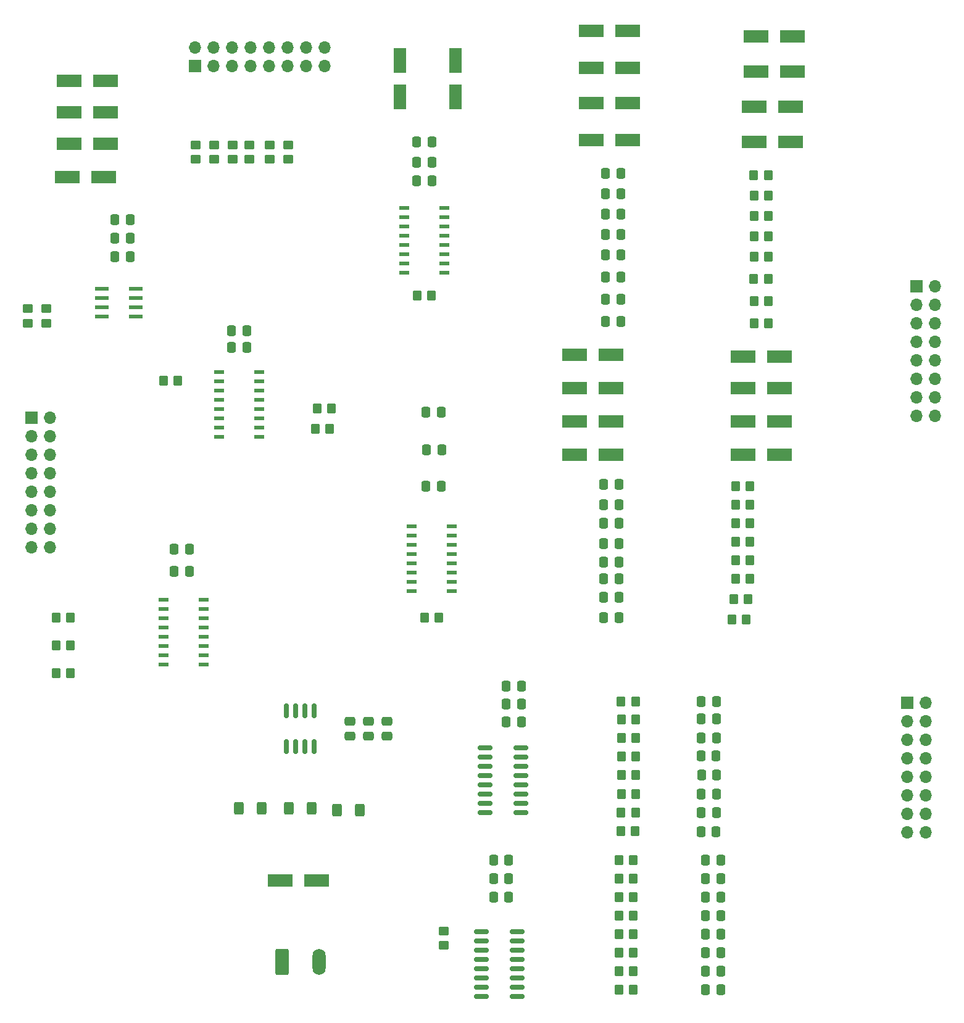
<source format=gbr>
%TF.GenerationSoftware,KiCad,Pcbnew,(6.0.1)*%
%TF.CreationDate,2026-02-13T09:13:13+05:30*%
%TF.ProjectId,bluetooth-daq-digital-submodule,626c7565-746f-46f7-9468-2d6461712d64,rev?*%
%TF.SameCoordinates,Original*%
%TF.FileFunction,Soldermask,Top*%
%TF.FilePolarity,Negative*%
%FSLAX46Y46*%
G04 Gerber Fmt 4.6, Leading zero omitted, Abs format (unit mm)*
G04 Created by KiCad (PCBNEW (6.0.1)) date 2026-02-13 09:13:13*
%MOMM*%
%LPD*%
G01*
G04 APERTURE LIST*
G04 Aperture macros list*
%AMRoundRect*
0 Rectangle with rounded corners*
0 $1 Rounding radius*
0 $2 $3 $4 $5 $6 $7 $8 $9 X,Y pos of 4 corners*
0 Add a 4 corners polygon primitive as box body*
4,1,4,$2,$3,$4,$5,$6,$7,$8,$9,$2,$3,0*
0 Add four circle primitives for the rounded corners*
1,1,$1+$1,$2,$3*
1,1,$1+$1,$4,$5*
1,1,$1+$1,$6,$7*
1,1,$1+$1,$8,$9*
0 Add four rect primitives between the rounded corners*
20,1,$1+$1,$2,$3,$4,$5,0*
20,1,$1+$1,$4,$5,$6,$7,0*
20,1,$1+$1,$6,$7,$8,$9,0*
20,1,$1+$1,$8,$9,$2,$3,0*%
G04 Aperture macros list end*
%ADD10RoundRect,0.250000X0.337500X0.475000X-0.337500X0.475000X-0.337500X-0.475000X0.337500X-0.475000X0*%
%ADD11RoundRect,0.250000X0.350000X0.450000X-0.350000X0.450000X-0.350000X-0.450000X0.350000X-0.450000X0*%
%ADD12R,3.500000X1.800000*%
%ADD13RoundRect,0.250000X-0.337500X-0.475000X0.337500X-0.475000X0.337500X0.475000X-0.337500X0.475000X0*%
%ADD14RoundRect,0.250000X0.450000X-0.350000X0.450000X0.350000X-0.450000X0.350000X-0.450000X-0.350000X0*%
%ADD15R,1.454899X0.558000*%
%ADD16R,1.700000X1.700000*%
%ADD17O,1.700000X1.700000*%
%ADD18RoundRect,0.250000X0.400000X0.625000X-0.400000X0.625000X-0.400000X-0.625000X0.400000X-0.625000X0*%
%ADD19R,1.800000X3.500000*%
%ADD20RoundRect,0.150000X-0.150000X0.825000X-0.150000X-0.825000X0.150000X-0.825000X0.150000X0.825000X0*%
%ADD21RoundRect,0.250000X-0.400000X-0.625000X0.400000X-0.625000X0.400000X0.625000X-0.400000X0.625000X0*%
%ADD22RoundRect,0.150000X0.825000X0.150000X-0.825000X0.150000X-0.825000X-0.150000X0.825000X-0.150000X0*%
%ADD23RoundRect,0.250000X0.475000X-0.337500X0.475000X0.337500X-0.475000X0.337500X-0.475000X-0.337500X0*%
%ADD24RoundRect,0.250000X-0.350000X-0.450000X0.350000X-0.450000X0.350000X0.450000X-0.350000X0.450000X0*%
%ADD25R,1.969999X0.558000*%
%ADD26RoundRect,0.250000X-0.450000X0.350000X-0.450000X-0.350000X0.450000X-0.350000X0.450000X0.350000X0*%
%ADD27RoundRect,0.250000X-0.650000X-1.550000X0.650000X-1.550000X0.650000X1.550000X-0.650000X1.550000X0*%
%ADD28O,1.800000X3.600000*%
G04 APERTURE END LIST*
D10*
%TO.C,C13*%
X190521500Y-205232000D03*
X188446500Y-205232000D03*
%TD*%
D11*
%TO.C,R22*%
X194548000Y-151384000D03*
X192548000Y-151384000D03*
%TD*%
%TO.C,R28*%
X197088000Y-121412000D03*
X195088000Y-121412000D03*
%TD*%
%TO.C,R16*%
X178562000Y-195072000D03*
X176562000Y-195072000D03*
%TD*%
D12*
%TO.C,DIP3*%
X193588000Y-125984000D03*
X198588000Y-125984000D03*
%TD*%
%TO.C,DIP11*%
X195366000Y-82042000D03*
X200366000Y-82042000D03*
%TD*%
D13*
%TO.C,C30*%
X174476500Y-159029400D03*
X176551500Y-159029400D03*
%TD*%
D12*
%TO.C,DIP2*%
X193588000Y-130302000D03*
X198588000Y-130302000D03*
%TD*%
D14*
%TO.C,R47*%
X131191000Y-98917000D03*
X131191000Y-96917000D03*
%TD*%
D15*
%TO.C,U4*%
X147138652Y-105562400D03*
X147138652Y-106832400D03*
X147138652Y-108102400D03*
X147138652Y-109372400D03*
X147138652Y-110642400D03*
X147138652Y-111912400D03*
X147138652Y-113182400D03*
X147138652Y-114452400D03*
X152581348Y-114452400D03*
X152581348Y-113182400D03*
X152581348Y-111912400D03*
X152581348Y-110642400D03*
X152581348Y-109372400D03*
X152581348Y-108102400D03*
X152581348Y-106832400D03*
X152581348Y-105562400D03*
%TD*%
D11*
%TO.C,R23*%
X194548000Y-148844000D03*
X192548000Y-148844000D03*
%TD*%
D10*
%TO.C,C6*%
X189937300Y-186029600D03*
X187862300Y-186029600D03*
%TD*%
%TO.C,C39*%
X150897500Y-101879400D03*
X148822500Y-101879400D03*
%TD*%
D13*
%TO.C,C44*%
X174730500Y-112039400D03*
X176805500Y-112039400D03*
%TD*%
D11*
%TO.C,R12*%
X178546000Y-205232000D03*
X176546000Y-205232000D03*
%TD*%
D12*
%TO.C,D37*%
X106132000Y-96774000D03*
X101132000Y-96774000D03*
%TD*%
D13*
%TO.C,C46*%
X174730500Y-118135400D03*
X176805500Y-118135400D03*
%TD*%
D16*
%TO.C,J4*%
X118379000Y-86111000D03*
D17*
X118379000Y-83571000D03*
X120919000Y-86111000D03*
X120919000Y-83571000D03*
X123459000Y-86111000D03*
X123459000Y-83571000D03*
X125999000Y-86111000D03*
X125999000Y-83571000D03*
X128539000Y-86111000D03*
X128539000Y-83571000D03*
X131079000Y-86111000D03*
X131079000Y-83571000D03*
X133619000Y-86111000D03*
X133619000Y-83571000D03*
X136159000Y-86111000D03*
X136159000Y-83571000D03*
%TD*%
D13*
%TO.C,C25*%
X150092500Y-143789400D03*
X152167500Y-143789400D03*
%TD*%
D10*
%TO.C,C10*%
X190521500Y-197612000D03*
X188446500Y-197612000D03*
%TD*%
D11*
%TO.C,R8*%
X178850800Y-173304200D03*
X176850800Y-173304200D03*
%TD*%
D12*
%TO.C,D39*%
X106132000Y-88138000D03*
X101132000Y-88138000D03*
%TD*%
D11*
%TO.C,R59*%
X116062000Y-129286000D03*
X114062000Y-129286000D03*
%TD*%
D10*
%TO.C,C2*%
X189937300Y-175691800D03*
X187862300Y-175691800D03*
%TD*%
%TO.C,C5*%
X189988100Y-183438800D03*
X187913100Y-183438800D03*
%TD*%
D14*
%TO.C,R48*%
X121031000Y-98917000D03*
X121031000Y-96917000D03*
%TD*%
%TO.C,R200*%
X98044000Y-121396000D03*
X98044000Y-119396000D03*
%TD*%
D11*
%TO.C,R6*%
X178901600Y-178282600D03*
X176901600Y-178282600D03*
%TD*%
D18*
%TO.C,R38*%
X134392000Y-187960000D03*
X131292000Y-187960000D03*
%TD*%
D11*
%TO.C,R43*%
X101330000Y-169418000D03*
X99330000Y-169418000D03*
%TD*%
D15*
%TO.C,U8*%
X121738652Y-128143000D03*
X121738652Y-129413000D03*
X121738652Y-130683000D03*
X121738652Y-131953000D03*
X121738652Y-133223000D03*
X121738652Y-134493000D03*
X121738652Y-135763000D03*
X121738652Y-137033000D03*
X127181348Y-137033000D03*
X127181348Y-135763000D03*
X127181348Y-134493000D03*
X127181348Y-133223000D03*
X127181348Y-131953000D03*
X127181348Y-130683000D03*
X127181348Y-129413000D03*
X127181348Y-128143000D03*
%TD*%
D13*
%TO.C,C18*%
X161079500Y-173644700D03*
X163154500Y-173644700D03*
%TD*%
D11*
%TO.C,R41*%
X101330000Y-161798000D03*
X99330000Y-161798000D03*
%TD*%
D19*
%TO.C,D34*%
X146558000Y-90384000D03*
X146558000Y-85384000D03*
%TD*%
D11*
%TO.C,R3*%
X178901600Y-186029600D03*
X176901600Y-186029600D03*
%TD*%
%TO.C,R57*%
X136890000Y-135890000D03*
X134890000Y-135890000D03*
%TD*%
D10*
%TO.C,C7*%
X189937300Y-188595000D03*
X187862300Y-188595000D03*
%TD*%
D12*
%TO.C,DIP14*%
X177760000Y-86385400D03*
X172760000Y-86385400D03*
%TD*%
%TO.C,DIP15*%
X177760000Y-81305400D03*
X172760000Y-81305400D03*
%TD*%
D13*
%TO.C,C36*%
X174476500Y-143535400D03*
X176551500Y-143535400D03*
%TD*%
D14*
%TO.C,R55*%
X118491000Y-98917000D03*
X118491000Y-96917000D03*
%TD*%
D11*
%TO.C,R5*%
X178901600Y-180822600D03*
X176901600Y-180822600D03*
%TD*%
D12*
%TO.C,DIP0*%
X193588000Y-139446000D03*
X198588000Y-139446000D03*
%TD*%
D13*
%TO.C,C47*%
X174730500Y-121183400D03*
X176805500Y-121183400D03*
%TD*%
D16*
%TO.C,J1*%
X96007000Y-134381000D03*
D17*
X98547000Y-134381000D03*
X96007000Y-136921000D03*
X98547000Y-136921000D03*
X96007000Y-139461000D03*
X98547000Y-139461000D03*
X96007000Y-142001000D03*
X98547000Y-142001000D03*
X96007000Y-144541000D03*
X98547000Y-144541000D03*
X96007000Y-147081000D03*
X98547000Y-147081000D03*
X96007000Y-149621000D03*
X98547000Y-149621000D03*
X96007000Y-152161000D03*
X98547000Y-152161000D03*
%TD*%
D11*
%TO.C,R20*%
X194548000Y-156464000D03*
X192548000Y-156464000D03*
%TD*%
D13*
%TO.C,C32*%
X174476500Y-154203400D03*
X176551500Y-154203400D03*
%TD*%
D15*
%TO.C,U7*%
X119561348Y-168275000D03*
X119561348Y-167005000D03*
X119561348Y-165735000D03*
X119561348Y-164465000D03*
X119561348Y-163195000D03*
X119561348Y-161925000D03*
X119561348Y-160655000D03*
X119561348Y-159385000D03*
X114118652Y-159385000D03*
X114118652Y-160655000D03*
X114118652Y-161925000D03*
X114118652Y-163195000D03*
X114118652Y-164465000D03*
X114118652Y-165735000D03*
X114118652Y-167005000D03*
X114118652Y-168275000D03*
%TD*%
D10*
%TO.C,C37*%
X150897500Y-96545400D03*
X148822500Y-96545400D03*
%TD*%
D20*
%TO.C,U6*%
X134747000Y-174563000D03*
X133477000Y-174563000D03*
X132207000Y-174563000D03*
X130937000Y-174563000D03*
X130937000Y-179513000D03*
X132207000Y-179513000D03*
X133477000Y-179513000D03*
X134747000Y-179513000D03*
%TD*%
D13*
%TO.C,C21*%
X159363500Y-197662800D03*
X161438500Y-197662800D03*
%TD*%
D14*
%TO.C,R45*%
X128651000Y-98917000D03*
X128651000Y-96917000D03*
%TD*%
D12*
%TO.C,DIP12*%
X177760000Y-96291400D03*
X172760000Y-96291400D03*
%TD*%
D11*
%TO.C,R32*%
X197088000Y-109474000D03*
X195088000Y-109474000D03*
%TD*%
D10*
%TO.C,C54*%
X117606000Y-155467500D03*
X115531000Y-155467500D03*
%TD*%
%TO.C,C14*%
X190521500Y-207772000D03*
X188446500Y-207772000D03*
%TD*%
D11*
%TO.C,R25*%
X194548000Y-143764000D03*
X192548000Y-143764000D03*
%TD*%
%TO.C,R31*%
X197088000Y-112268000D03*
X195088000Y-112268000D03*
%TD*%
D14*
%TO.C,R51*%
X123571000Y-98917000D03*
X123571000Y-96917000D03*
%TD*%
D12*
%TO.C,DIP13*%
X177760000Y-91211400D03*
X172760000Y-91211400D03*
%TD*%
D10*
%TO.C,C9*%
X190521500Y-195072000D03*
X188446500Y-195072000D03*
%TD*%
D11*
%TO.C,R9*%
X178546000Y-212852000D03*
X176546000Y-212852000D03*
%TD*%
D12*
%TO.C,DIP5*%
X175474000Y-134899400D03*
X170474000Y-134899400D03*
%TD*%
D11*
%TO.C,R18*%
X194040000Y-162052000D03*
X192040000Y-162052000D03*
%TD*%
D19*
%TO.C,D35*%
X154178000Y-85384000D03*
X154178000Y-90384000D03*
%TD*%
D10*
%TO.C,C15*%
X190521500Y-210312000D03*
X188446500Y-210312000D03*
%TD*%
D21*
%TO.C,R39*%
X124434000Y-187960000D03*
X127534000Y-187960000D03*
%TD*%
D13*
%TO.C,C35*%
X174476500Y-146329400D03*
X176551500Y-146329400D03*
%TD*%
D10*
%TO.C,C48*%
X109495500Y-112268000D03*
X107420500Y-112268000D03*
%TD*%
D11*
%TO.C,R4*%
X178901600Y-183438800D03*
X176901600Y-183438800D03*
%TD*%
D22*
%TO.C,U1*%
X163130000Y-188544200D03*
X163130000Y-187274200D03*
X163130000Y-186004200D03*
X163130000Y-184734200D03*
X163130000Y-183464200D03*
X163130000Y-182194200D03*
X163130000Y-180924200D03*
X163130000Y-179654200D03*
X158180000Y-179654200D03*
X158180000Y-180924200D03*
X158180000Y-182194200D03*
X158180000Y-183464200D03*
X158180000Y-184734200D03*
X158180000Y-186004200D03*
X158180000Y-187274200D03*
X158180000Y-188544200D03*
%TD*%
%TO.C,U2*%
X162622000Y-213791800D03*
X162622000Y-212521800D03*
X162622000Y-211251800D03*
X162622000Y-209981800D03*
X162622000Y-208711800D03*
X162622000Y-207441800D03*
X162622000Y-206171800D03*
X162622000Y-204901800D03*
X157672000Y-204901800D03*
X157672000Y-206171800D03*
X157672000Y-207441800D03*
X157672000Y-208711800D03*
X157672000Y-209981800D03*
X157672000Y-211251800D03*
X157672000Y-212521800D03*
X157672000Y-213791800D03*
%TD*%
D10*
%TO.C,C8*%
X189886500Y-191185800D03*
X187811500Y-191185800D03*
%TD*%
D15*
%TO.C,U3*%
X148154652Y-149250400D03*
X148154652Y-150520400D03*
X148154652Y-151790400D03*
X148154652Y-153060400D03*
X148154652Y-154330400D03*
X148154652Y-155600400D03*
X148154652Y-156870400D03*
X148154652Y-158140400D03*
X153597348Y-158140400D03*
X153597348Y-156870400D03*
X153597348Y-155600400D03*
X153597348Y-154330400D03*
X153597348Y-153060400D03*
X153597348Y-151790400D03*
X153597348Y-150520400D03*
X153597348Y-149250400D03*
%TD*%
D13*
%TO.C,C23*%
X150092500Y-133629400D03*
X152167500Y-133629400D03*
%TD*%
%TO.C,C40*%
X174730500Y-100863400D03*
X176805500Y-100863400D03*
%TD*%
D12*
%TO.C,DIP8*%
X195112000Y-96520000D03*
X200112000Y-96520000D03*
%TD*%
D10*
%TO.C,C50*%
X109495500Y-107188000D03*
X107420500Y-107188000D03*
%TD*%
D12*
%TO.C,DIP7*%
X175474000Y-125755400D03*
X170474000Y-125755400D03*
%TD*%
D13*
%TO.C,C31*%
X174476500Y-156489400D03*
X176551500Y-156489400D03*
%TD*%
D12*
%TO.C,DIP9*%
X195112000Y-91694000D03*
X200112000Y-91694000D03*
%TD*%
D13*
%TO.C,C24*%
X150162500Y-138795400D03*
X152237500Y-138795400D03*
%TD*%
D12*
%TO.C,D33*%
X130088000Y-197866000D03*
X135088000Y-197866000D03*
%TD*%
D11*
%TO.C,R27*%
X150860000Y-117602000D03*
X148860000Y-117602000D03*
%TD*%
D10*
%TO.C,C3*%
X189937300Y-178282600D03*
X187862300Y-178282600D03*
%TD*%
%TO.C,C4*%
X189886500Y-180746400D03*
X187811500Y-180746400D03*
%TD*%
D13*
%TO.C,C22*%
X159363500Y-195122800D03*
X161438500Y-195122800D03*
%TD*%
D12*
%TO.C,DIP4*%
X175474000Y-139471400D03*
X170474000Y-139471400D03*
%TD*%
D10*
%TO.C,C49*%
X109495500Y-109728000D03*
X107420500Y-109728000D03*
%TD*%
D13*
%TO.C,C20*%
X159363500Y-200202800D03*
X161438500Y-200202800D03*
%TD*%
D12*
%TO.C,DIP6*%
X175474000Y-130327400D03*
X170474000Y-130327400D03*
%TD*%
D10*
%TO.C,C16*%
X190521500Y-212852000D03*
X188446500Y-212852000D03*
%TD*%
%TO.C,C38*%
X150897500Y-99339400D03*
X148822500Y-99339400D03*
%TD*%
D13*
%TO.C,C43*%
X174730500Y-109245400D03*
X176805500Y-109245400D03*
%TD*%
D11*
%TO.C,R19*%
X194294000Y-159258000D03*
X192294000Y-159258000D03*
%TD*%
%TO.C,R21*%
X192548000Y-153924000D03*
X194548000Y-153924000D03*
%TD*%
D23*
%TO.C,C51*%
X144780000Y-178075500D03*
X144780000Y-176000500D03*
%TD*%
D13*
%TO.C,C41*%
X174730500Y-103657400D03*
X176805500Y-103657400D03*
%TD*%
D11*
%TO.C,R14*%
X178546000Y-200152000D03*
X176546000Y-200152000D03*
%TD*%
D24*
%TO.C,R58*%
X135144000Y-133096000D03*
X137144000Y-133096000D03*
%TD*%
D23*
%TO.C,C52*%
X142240000Y-178075500D03*
X142240000Y-176000500D03*
%TD*%
D13*
%TO.C,C33*%
X174476500Y-151663400D03*
X176551500Y-151663400D03*
%TD*%
D25*
%TO.C,U5*%
X105587800Y-116713000D03*
X105587800Y-117983000D03*
X105587800Y-119253000D03*
X105587800Y-120523000D03*
X110312200Y-120523000D03*
X110312200Y-119253000D03*
X110312200Y-117983000D03*
X110312200Y-116713000D03*
%TD*%
D12*
%TO.C,D38*%
X105878000Y-101346000D03*
X100878000Y-101346000D03*
%TD*%
D14*
%TO.C,R53*%
X125857000Y-98917000D03*
X125857000Y-96917000D03*
%TD*%
D12*
%TO.C,DIP1*%
X193588000Y-134874000D03*
X198588000Y-134874000D03*
%TD*%
%TO.C,D36*%
X106132000Y-92456000D03*
X101132000Y-92456000D03*
%TD*%
D13*
%TO.C,C17*%
X161079500Y-176108500D03*
X163154500Y-176108500D03*
%TD*%
%TO.C,C29*%
X174476500Y-161823400D03*
X176551500Y-161823400D03*
%TD*%
D11*
%TO.C,R15*%
X178546000Y-197612000D03*
X176546000Y-197612000D03*
%TD*%
%TO.C,R26*%
X151876000Y-161798000D03*
X149876000Y-161798000D03*
%TD*%
D13*
%TO.C,C19*%
X161079500Y-171231700D03*
X163154500Y-171231700D03*
%TD*%
D11*
%TO.C,R34*%
X197088000Y-103886000D03*
X195088000Y-103886000D03*
%TD*%
%TO.C,R7*%
X178901600Y-175742600D03*
X176901600Y-175742600D03*
%TD*%
D26*
%TO.C,R17*%
X152527000Y-204806800D03*
X152527000Y-206806800D03*
%TD*%
D11*
%TO.C,R13*%
X178546000Y-202692000D03*
X176546000Y-202692000D03*
%TD*%
D26*
%TO.C,R49*%
X95504000Y-119396000D03*
X95504000Y-121396000D03*
%TD*%
D13*
%TO.C,C34*%
X174476500Y-148869400D03*
X176551500Y-148869400D03*
%TD*%
D10*
%TO.C,C12*%
X190521500Y-202692000D03*
X188446500Y-202692000D03*
%TD*%
D11*
%TO.C,R33*%
X197088000Y-106680000D03*
X195088000Y-106680000D03*
%TD*%
%TO.C,R42*%
X101330000Y-165608000D03*
X99330000Y-165608000D03*
%TD*%
D10*
%TO.C,C11*%
X188446500Y-200152000D03*
X190521500Y-200152000D03*
%TD*%
D11*
%TO.C,R35*%
X197072000Y-101092000D03*
X195072000Y-101092000D03*
%TD*%
%TO.C,R11*%
X178546000Y-207772000D03*
X176546000Y-207772000D03*
%TD*%
%TO.C,R2*%
X178825400Y-188595000D03*
X176825400Y-188595000D03*
%TD*%
D13*
%TO.C,C45*%
X174730500Y-115087400D03*
X176805500Y-115087400D03*
%TD*%
D16*
%TO.C,J3*%
X216149000Y-173497000D03*
D17*
X218689000Y-173497000D03*
X216149000Y-176037000D03*
X218689000Y-176037000D03*
X216149000Y-178577000D03*
X218689000Y-178577000D03*
X216149000Y-181117000D03*
X218689000Y-181117000D03*
X216149000Y-183657000D03*
X218689000Y-183657000D03*
X216149000Y-186197000D03*
X218689000Y-186197000D03*
X216149000Y-188737000D03*
X218689000Y-188737000D03*
X216149000Y-191277000D03*
X218689000Y-191277000D03*
%TD*%
D27*
%TO.C,J5*%
X130319500Y-209022500D03*
D28*
X135399500Y-209022500D03*
%TD*%
D10*
%TO.C,C56*%
X125497500Y-124714000D03*
X123422500Y-124714000D03*
%TD*%
D11*
%TO.C,R30*%
X197072000Y-115316000D03*
X195072000Y-115316000D03*
%TD*%
D13*
%TO.C,C42*%
X174730500Y-106451400D03*
X176805500Y-106451400D03*
%TD*%
D23*
%TO.C,C53*%
X139700000Y-178075500D03*
X139700000Y-176000500D03*
%TD*%
D10*
%TO.C,C1*%
X189937300Y-173304200D03*
X187862300Y-173304200D03*
%TD*%
D11*
%TO.C,R29*%
X197088000Y-118364000D03*
X195088000Y-118364000D03*
%TD*%
D18*
%TO.C,R40*%
X141022000Y-188214000D03*
X137922000Y-188214000D03*
%TD*%
D11*
%TO.C,R1*%
X178800000Y-191109600D03*
X176800000Y-191109600D03*
%TD*%
D12*
%TO.C,DIP10*%
X195366000Y-86868000D03*
X200366000Y-86868000D03*
%TD*%
D11*
%TO.C,R10*%
X178546000Y-210312000D03*
X176546000Y-210312000D03*
%TD*%
D10*
%TO.C,C57*%
X125497500Y-122428000D03*
X123422500Y-122428000D03*
%TD*%
%TO.C,C55*%
X117606000Y-152419500D03*
X115531000Y-152419500D03*
%TD*%
D11*
%TO.C,R24*%
X194548000Y-146304000D03*
X192548000Y-146304000D03*
%TD*%
D17*
%TO.C,J2*%
X219959000Y-134127000D03*
X217419000Y-134127000D03*
X219959000Y-131587000D03*
X217419000Y-131587000D03*
X219959000Y-129047000D03*
X217419000Y-129047000D03*
X219959000Y-126507000D03*
X217419000Y-126507000D03*
X219959000Y-123967000D03*
X217419000Y-123967000D03*
X219959000Y-121427000D03*
X217419000Y-121427000D03*
X219959000Y-118887000D03*
X217419000Y-118887000D03*
X219959000Y-116347000D03*
D16*
X217419000Y-116347000D03*
%TD*%
M02*

</source>
